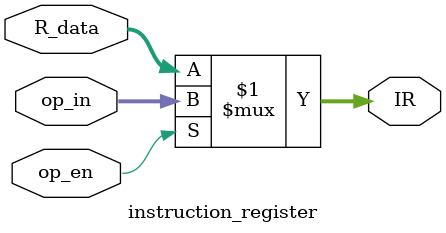
<source format=v>
`timescale 1ns / 1ps

module instruction_register(
    input op_en,
    input [15:0] R_data,
    input [15:0] op_in,
    output [15:0] IR
    );
    
    
    assign IR = op_en? op_in : R_data;
    
    always @(IR) begin
            $display("*IR MESSAGE* Loading R_terminal into Controller: %b, OP_enable: %b, OP_in: %h", IR, op_en, op_in);
            $display("*IR MESSAGE* R_DATA CHECK! %h", R_data);
        end

        
endmodule


</source>
